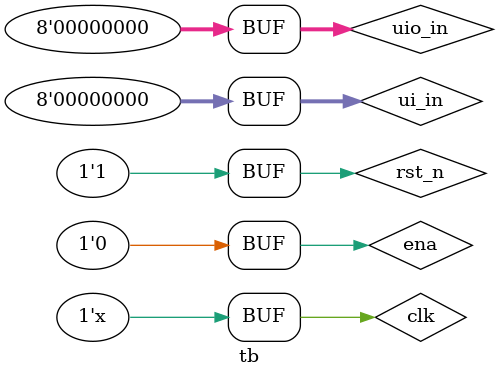
<source format=v>
`default_nettype none
`timescale 1ns / 1ps

/* This testbench just instantiates the module and makes some convenient wires
   that can be driven / tested by the cocotb test.py.
*/
module tb ();

  // Dump the signals to a VCD file. You can view it with gtkwave or surfer.
  initial begin
    $dumpfile("tb.vcd");
    $dumpvars(0, tb);
    #1;
  end

  // Wire up the inputs and outputs:
  reg clk;
  reg rst_n;
  reg ena;
  reg [7:0] ui_in;
  reg [7:0] uio_in;
  wire [7:0] uo_out;
  wire [7:0] uio_out;
  wire [7:0] uio_oe;
`ifdef GL_TEST
  wire VPWR = 1'b1;
  wire VGND = 1'b0;
`endif
   
initial clk = 0;
always #5 clk = ~clk;

  // Replace tt_um_example with your module name:
   tt_um_customalu user_project (

      // Include power ports for the Gate Level test:
`ifdef GL_TEST
      .VPWR(VPWR),
      .VGND(VGND),
`endif

      .ui_in  (ui_in),    // Dedicated inputs
      .uo_out (uo_out),   // Dedicated outputs
      .uio_in (uio_in),   // IOs: Input path
      .uio_out(uio_out),  // IOs: Output path
      .uio_oe (uio_oe),   // IOs: Enable path (active high: 0=input, 1=output)
      .ena    (ena),      // enable - goes high when design is selected
      .clk    (clk),      // clock
      .rst_n  (rst_n)     // not reset
  );
 
  initial begin
        rst_n = 0;
        #20;
        rst_n = 1;
    end

    // Test sequence
    initial begin
        ui_in = 8'b0000_0000;
// Initialize inputs 
ena = 0; 
clk = 0; 
rst_n = 1; 
ui_in = 8'b0; 
uio_in = 8'b0; 

end


endmodule

</source>
